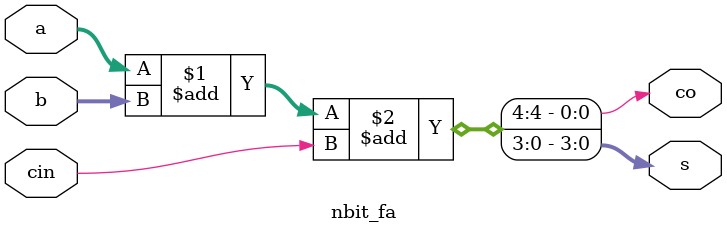
<source format=v>

module nbit_fa #(parameter n=4)
(input [n-1:0]a,b,
 input cin,
 output [n-1:0]s,
 output co);
 
assign {co,s}=a+b+cin;

endmodule

</source>
